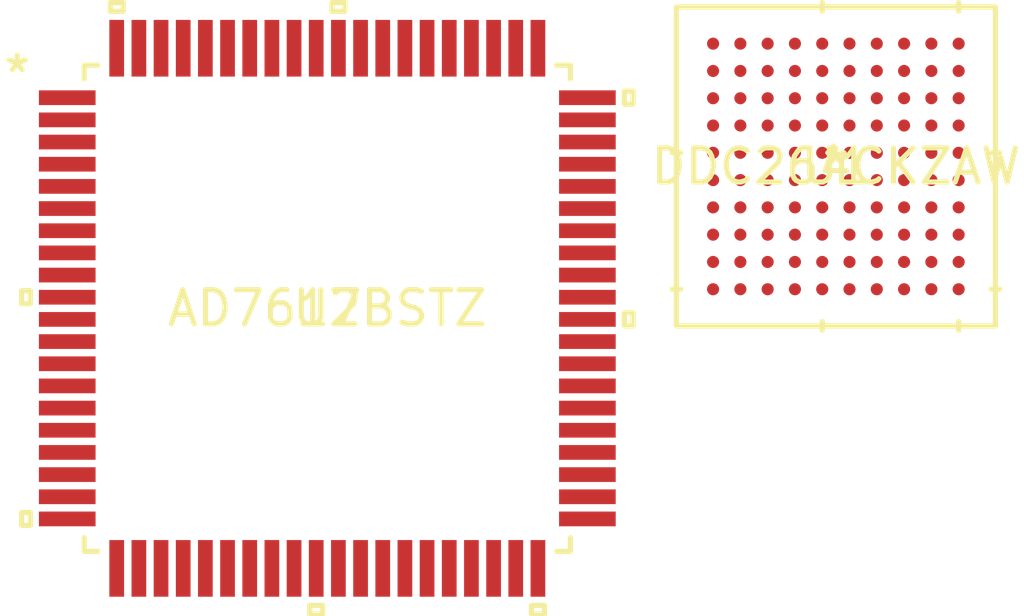
<source format=kicad_pcb>
(kicad_pcb (version 20171130) (host pcbnew "(5.1.4)-1")

  (general
    (thickness 1.6)
    (drawings 0)
    (tracks 0)
    (zones 0)
    (modules 2)
    (nets 127)
  )

  (page A4)
  (layers
    (0 F.Cu signal)
    (31 B.Cu signal)
    (32 B.Adhes user)
    (33 F.Adhes user)
    (34 B.Paste user)
    (35 F.Paste user)
    (36 B.SilkS user)
    (37 F.SilkS user)
    (38 B.Mask user)
    (39 F.Mask user)
    (40 Dwgs.User user)
    (41 Cmts.User user)
    (42 Eco1.User user)
    (43 Eco2.User user)
    (44 Edge.Cuts user)
    (45 Margin user)
    (46 B.CrtYd user)
    (47 F.CrtYd user)
    (48 B.Fab user)
    (49 F.Fab user)
  )

  (setup
    (last_trace_width 0.25)
    (trace_clearance 0.2)
    (zone_clearance 0.508)
    (zone_45_only no)
    (trace_min 0.2)
    (via_size 0.8)
    (via_drill 0.4)
    (via_min_size 0.4)
    (via_min_drill 0.3)
    (uvia_size 0.3)
    (uvia_drill 0.1)
    (uvias_allowed no)
    (uvia_min_size 0.2)
    (uvia_min_drill 0.1)
    (edge_width 0.05)
    (segment_width 0.2)
    (pcb_text_width 0.3)
    (pcb_text_size 1.5 1.5)
    (mod_edge_width 0.12)
    (mod_text_size 1 1)
    (mod_text_width 0.15)
    (pad_size 1.524 1.524)
    (pad_drill 0.762)
    (pad_to_mask_clearance 0.051)
    (solder_mask_min_width 0.25)
    (aux_axis_origin 0 0)
    (visible_elements 7FFFFFFF)
    (pcbplotparams
      (layerselection 0x010fc_ffffffff)
      (usegerberextensions false)
      (usegerberattributes false)
      (usegerberadvancedattributes false)
      (creategerberjobfile false)
      (excludeedgelayer true)
      (linewidth 0.100000)
      (plotframeref false)
      (viasonmask false)
      (mode 1)
      (useauxorigin false)
      (hpglpennumber 1)
      (hpglpenspeed 20)
      (hpglpendiameter 15.000000)
      (psnegative false)
      (psa4output false)
      (plotreference true)
      (plotvalue true)
      (plotinvisibletext false)
      (padsonsilk false)
      (subtractmaskfromsilk false)
      (outputformat 1)
      (mirror false)
      (drillshape 1)
      (scaleselection 1)
      (outputdirectory ""))
  )

  (net 0 "")
  (net 1 "Net-(U1-PadK10)")
  (net 2 "Net-(U1-PadK7)")
  (net 3 "Net-(U1-PadK6)")
  (net 4 "Net-(U1-PadK5)")
  (net 5 "Net-(U1-PadK4)")
  (net 6 "Net-(U1-PadK3)")
  (net 7 "Net-(U1-PadK2)")
  (net 8 "Net-(U1-PadK1)")
  (net 9 "Net-(U1-PadJ7)")
  (net 10 "Net-(U1-PadJ6)")
  (net 11 "Net-(U1-PadJ5)")
  (net 12 "Net-(U1-PadJ4)")
  (net 13 "Net-(U1-PadJ3)")
  (net 14 "Net-(U1-PadJ2)")
  (net 15 "Net-(U1-PadJ1)")
  (net 16 "Net-(U1-PadH6)")
  (net 17 "Net-(U1-PadH5)")
  (net 18 "Net-(U1-PadH3)")
  (net 19 "Net-(U1-PadH1)")
  (net 20 "Net-(U1-PadG6)")
  (net 21 "Net-(U1-PadG4)")
  (net 22 "Net-(U1-PadG2)")
  (net 23 "Net-(U1-PadF10)")
  (net 24 "Net-(U1-PadF5)")
  (net 25 "Net-(U1-PadF3)")
  (net 26 "Net-(U1-PadF1)")
  (net 27 "Net-(U1-PadE6)")
  (net 28 "Net-(U1-PadE4)")
  (net 29 "Net-(U1-PadE2)")
  (net 30 "Net-(U1-PadD6)")
  (net 31 "Net-(U1-PadD4)")
  (net 32 "Net-(U1-PadD2)")
  (net 33 "Net-(U1-PadC10)")
  (net 34 "Net-(U1-PadC6)")
  (net 35 "Net-(U1-PadC4)")
  (net 36 "Net-(U1-PadC2)")
  (net 37 "Net-(U1-PadB10)")
  (net 38 "Net-(U1-PadB9)")
  (net 39 "Net-(U1-PadB7)")
  (net 40 "Net-(U1-PadB6)")
  (net 41 "Net-(U1-PadB4)")
  (net 42 "Net-(U1-PadB2)")
  (net 43 "Net-(U1-PadA9)")
  (net 44 "Net-(U1-PadA6)")
  (net 45 "Net-(U1-PadA4)")
  (net 46 "Net-(U1-PadA2)")
  (net 47 "Net-(U2-Pad80)")
  (net 48 "Net-(U2-Pad79)")
  (net 49 "Net-(U2-Pad78)")
  (net 50 "Net-(U2-Pad77)")
  (net 51 "Net-(U2-Pad76)")
  (net 52 "Net-(U2-Pad75)")
  (net 53 "Net-(U2-Pad74)")
  (net 54 "Net-(U2-Pad73)")
  (net 55 "Net-(U2-Pad72)")
  (net 56 "Net-(U2-Pad71)")
  (net 57 "Net-(U2-Pad70)")
  (net 58 "Net-(U2-Pad69)")
  (net 59 "Net-(U2-Pad68)")
  (net 60 "Net-(U2-Pad67)")
  (net 61 "Net-(U2-Pad66)")
  (net 62 "Net-(U2-Pad65)")
  (net 63 "Net-(U2-Pad64)")
  (net 64 "Net-(U2-Pad63)")
  (net 65 "Net-(U2-Pad62)")
  (net 66 "Net-(U2-Pad61)")
  (net 67 "Net-(U2-Pad60)")
  (net 68 "Net-(U2-Pad59)")
  (net 69 "Net-(U2-Pad58)")
  (net 70 "Net-(U2-Pad57)")
  (net 71 "Net-(U2-Pad56)")
  (net 72 "Net-(U2-Pad55)")
  (net 73 "Net-(U2-Pad54)")
  (net 74 "Net-(U2-Pad53)")
  (net 75 "Net-(U2-Pad52)")
  (net 76 "Net-(U2-Pad51)")
  (net 77 "Net-(U2-Pad50)")
  (net 78 "Net-(U2-Pad49)")
  (net 79 "Net-(U2-Pad48)")
  (net 80 "Net-(U2-Pad47)")
  (net 81 "Net-(U2-Pad46)")
  (net 82 "Net-(U2-Pad45)")
  (net 83 "Net-(U2-Pad44)")
  (net 84 "Net-(U2-Pad43)")
  (net 85 "Net-(U2-Pad42)")
  (net 86 "Net-(U2-Pad41)")
  (net 87 "Net-(U2-Pad40)")
  (net 88 "Net-(U2-Pad39)")
  (net 89 "Net-(U2-Pad38)")
  (net 90 "Net-(U2-Pad37)")
  (net 91 "Net-(U2-Pad36)")
  (net 92 "Net-(U2-Pad35)")
  (net 93 "Net-(U2-Pad34)")
  (net 94 "Net-(U2-Pad33)")
  (net 95 "Net-(U2-Pad32)")
  (net 96 "Net-(U2-Pad31)")
  (net 97 "Net-(U2-Pad30)")
  (net 98 "Net-(U2-Pad29)")
  (net 99 "Net-(U2-Pad28)")
  (net 100 "Net-(U2-Pad27)")
  (net 101 "Net-(U2-Pad26)")
  (net 102 "Net-(U2-Pad25)")
  (net 103 "Net-(U2-Pad24)")
  (net 104 "Net-(U2-Pad23)")
  (net 105 "Net-(U2-Pad22)")
  (net 106 "Net-(U2-Pad21)")
  (net 107 "Net-(U2-Pad20)")
  (net 108 "Net-(U2-Pad19)")
  (net 109 "Net-(U2-Pad18)")
  (net 110 "Net-(U2-Pad17)")
  (net 111 "Net-(U2-Pad16)")
  (net 112 "Net-(U2-Pad15)")
  (net 113 "Net-(U2-Pad14)")
  (net 114 "Net-(U2-Pad13)")
  (net 115 "Net-(U2-Pad12)")
  (net 116 "Net-(U2-Pad11)")
  (net 117 "Net-(U2-Pad10)")
  (net 118 "Net-(U2-Pad9)")
  (net 119 "Net-(U2-Pad8)")
  (net 120 "Net-(U2-Pad7)")
  (net 121 "Net-(U2-Pad6)")
  (net 122 "Net-(U2-Pad5)")
  (net 123 "Net-(U2-Pad4)")
  (net 124 "Net-(U2-Pad3)")
  (net 125 "Net-(U2-Pad2)")
  (net 126 "Net-(U2-Pad1)")

  (net_class Default "This is the default net class."
    (clearance 0.2)
    (trace_width 0.25)
    (via_dia 0.8)
    (via_drill 0.4)
    (uvia_dia 0.3)
    (uvia_drill 0.1)
    (add_net "Net-(U1-PadA2)")
    (add_net "Net-(U1-PadA4)")
    (add_net "Net-(U1-PadA6)")
    (add_net "Net-(U1-PadA9)")
    (add_net "Net-(U1-PadB10)")
    (add_net "Net-(U1-PadB2)")
    (add_net "Net-(U1-PadB4)")
    (add_net "Net-(U1-PadB6)")
    (add_net "Net-(U1-PadB7)")
    (add_net "Net-(U1-PadB9)")
    (add_net "Net-(U1-PadC10)")
    (add_net "Net-(U1-PadC2)")
    (add_net "Net-(U1-PadC4)")
    (add_net "Net-(U1-PadC6)")
    (add_net "Net-(U1-PadD2)")
    (add_net "Net-(U1-PadD4)")
    (add_net "Net-(U1-PadD6)")
    (add_net "Net-(U1-PadE2)")
    (add_net "Net-(U1-PadE4)")
    (add_net "Net-(U1-PadE6)")
    (add_net "Net-(U1-PadF1)")
    (add_net "Net-(U1-PadF10)")
    (add_net "Net-(U1-PadF3)")
    (add_net "Net-(U1-PadF5)")
    (add_net "Net-(U1-PadG2)")
    (add_net "Net-(U1-PadG4)")
    (add_net "Net-(U1-PadG6)")
    (add_net "Net-(U1-PadH1)")
    (add_net "Net-(U1-PadH3)")
    (add_net "Net-(U1-PadH5)")
    (add_net "Net-(U1-PadH6)")
    (add_net "Net-(U1-PadJ1)")
    (add_net "Net-(U1-PadJ2)")
    (add_net "Net-(U1-PadJ3)")
    (add_net "Net-(U1-PadJ4)")
    (add_net "Net-(U1-PadJ5)")
    (add_net "Net-(U1-PadJ6)")
    (add_net "Net-(U1-PadJ7)")
    (add_net "Net-(U1-PadK1)")
    (add_net "Net-(U1-PadK10)")
    (add_net "Net-(U1-PadK2)")
    (add_net "Net-(U1-PadK3)")
    (add_net "Net-(U1-PadK4)")
    (add_net "Net-(U1-PadK5)")
    (add_net "Net-(U1-PadK6)")
    (add_net "Net-(U1-PadK7)")
    (add_net "Net-(U2-Pad1)")
    (add_net "Net-(U2-Pad10)")
    (add_net "Net-(U2-Pad11)")
    (add_net "Net-(U2-Pad12)")
    (add_net "Net-(U2-Pad13)")
    (add_net "Net-(U2-Pad14)")
    (add_net "Net-(U2-Pad15)")
    (add_net "Net-(U2-Pad16)")
    (add_net "Net-(U2-Pad17)")
    (add_net "Net-(U2-Pad18)")
    (add_net "Net-(U2-Pad19)")
    (add_net "Net-(U2-Pad2)")
    (add_net "Net-(U2-Pad20)")
    (add_net "Net-(U2-Pad21)")
    (add_net "Net-(U2-Pad22)")
    (add_net "Net-(U2-Pad23)")
    (add_net "Net-(U2-Pad24)")
    (add_net "Net-(U2-Pad25)")
    (add_net "Net-(U2-Pad26)")
    (add_net "Net-(U2-Pad27)")
    (add_net "Net-(U2-Pad28)")
    (add_net "Net-(U2-Pad29)")
    (add_net "Net-(U2-Pad3)")
    (add_net "Net-(U2-Pad30)")
    (add_net "Net-(U2-Pad31)")
    (add_net "Net-(U2-Pad32)")
    (add_net "Net-(U2-Pad33)")
    (add_net "Net-(U2-Pad34)")
    (add_net "Net-(U2-Pad35)")
    (add_net "Net-(U2-Pad36)")
    (add_net "Net-(U2-Pad37)")
    (add_net "Net-(U2-Pad38)")
    (add_net "Net-(U2-Pad39)")
    (add_net "Net-(U2-Pad4)")
    (add_net "Net-(U2-Pad40)")
    (add_net "Net-(U2-Pad41)")
    (add_net "Net-(U2-Pad42)")
    (add_net "Net-(U2-Pad43)")
    (add_net "Net-(U2-Pad44)")
    (add_net "Net-(U2-Pad45)")
    (add_net "Net-(U2-Pad46)")
    (add_net "Net-(U2-Pad47)")
    (add_net "Net-(U2-Pad48)")
    (add_net "Net-(U2-Pad49)")
    (add_net "Net-(U2-Pad5)")
    (add_net "Net-(U2-Pad50)")
    (add_net "Net-(U2-Pad51)")
    (add_net "Net-(U2-Pad52)")
    (add_net "Net-(U2-Pad53)")
    (add_net "Net-(U2-Pad54)")
    (add_net "Net-(U2-Pad55)")
    (add_net "Net-(U2-Pad56)")
    (add_net "Net-(U2-Pad57)")
    (add_net "Net-(U2-Pad58)")
    (add_net "Net-(U2-Pad59)")
    (add_net "Net-(U2-Pad6)")
    (add_net "Net-(U2-Pad60)")
    (add_net "Net-(U2-Pad61)")
    (add_net "Net-(U2-Pad62)")
    (add_net "Net-(U2-Pad63)")
    (add_net "Net-(U2-Pad64)")
    (add_net "Net-(U2-Pad65)")
    (add_net "Net-(U2-Pad66)")
    (add_net "Net-(U2-Pad67)")
    (add_net "Net-(U2-Pad68)")
    (add_net "Net-(U2-Pad69)")
    (add_net "Net-(U2-Pad7)")
    (add_net "Net-(U2-Pad70)")
    (add_net "Net-(U2-Pad71)")
    (add_net "Net-(U2-Pad72)")
    (add_net "Net-(U2-Pad73)")
    (add_net "Net-(U2-Pad74)")
    (add_net "Net-(U2-Pad75)")
    (add_net "Net-(U2-Pad76)")
    (add_net "Net-(U2-Pad77)")
    (add_net "Net-(U2-Pad78)")
    (add_net "Net-(U2-Pad79)")
    (add_net "Net-(U2-Pad8)")
    (add_net "Net-(U2-Pad80)")
    (add_net "Net-(U2-Pad9)")
  )

  (module footprints:AD7617BSTZ (layer F.Cu) (tedit 0) (tstamp 5DC2E23C)
    (at 131.139599 60.166599)
    (path /5DC71D28)
    (fp_text reference U2 (at 0 0) (layer F.SilkS)
      (effects (font (size 1 1) (thickness 0.15)))
    )
    (fp_text value AD7617BSTZ (at 0 0) (layer F.SilkS)
      (effects (font (size 1 1) (thickness 0.15)))
    )
    (fp_line (start -6.644899 7.254) (end -7.254 7.254) (layer F.CrtYd) (width 0.1524))
    (fp_line (start -6.644899 8.7096) (end -6.644899 7.254) (layer F.CrtYd) (width 0.1524))
    (fp_line (start 6.644899 8.7096) (end -6.644899 8.7096) (layer F.CrtYd) (width 0.1524))
    (fp_line (start 6.644899 7.254) (end 6.644899 8.7096) (layer F.CrtYd) (width 0.1524))
    (fp_line (start 7.254 7.254) (end 6.644899 7.254) (layer F.CrtYd) (width 0.1524))
    (fp_line (start 7.254 6.644899) (end 7.254 7.254) (layer F.CrtYd) (width 0.1524))
    (fp_line (start 8.7096 6.644899) (end 7.254 6.644899) (layer F.CrtYd) (width 0.1524))
    (fp_line (start 8.7096 -6.644899) (end 8.7096 6.644899) (layer F.CrtYd) (width 0.1524))
    (fp_line (start 7.254 -6.644899) (end 8.7096 -6.644899) (layer F.CrtYd) (width 0.1524))
    (fp_line (start 7.254 -7.254) (end 7.254 -6.644899) (layer F.CrtYd) (width 0.1524))
    (fp_line (start 6.644899 -7.254) (end 7.254 -7.254) (layer F.CrtYd) (width 0.1524))
    (fp_line (start 6.644899 -8.7096) (end 6.644899 -7.254) (layer F.CrtYd) (width 0.1524))
    (fp_line (start -6.644899 -8.7096) (end 6.644899 -8.7096) (layer F.CrtYd) (width 0.1524))
    (fp_line (start -6.644899 -7.254) (end -6.644899 -8.7096) (layer F.CrtYd) (width 0.1524))
    (fp_line (start -7.254 -7.254) (end -6.644899 -7.254) (layer F.CrtYd) (width 0.1524))
    (fp_line (start -7.254 -6.644899) (end -7.254 -7.254) (layer F.CrtYd) (width 0.1524))
    (fp_line (start -8.7096 -6.644899) (end -7.254 -6.644899) (layer F.CrtYd) (width 0.1524))
    (fp_line (start -8.7096 6.644899) (end -8.7096 -6.644899) (layer F.CrtYd) (width 0.1524))
    (fp_line (start -7.254 6.644899) (end -8.7096 6.644899) (layer F.CrtYd) (width 0.1524))
    (fp_line (start -7.254 7.254) (end -7.254 6.644899) (layer F.CrtYd) (width 0.1524))
    (fp_line (start -5.984499 -8.709599) (end -6.365499 -8.709599) (layer F.SilkS) (width 0.1524))
    (fp_line (start -5.984499 -8.963599) (end -5.984499 -8.709599) (layer F.SilkS) (width 0.1524))
    (fp_line (start -6.365499 -8.963599) (end -5.984499 -8.963599) (layer F.SilkS) (width 0.1524))
    (fp_line (start -6.365499 -8.709599) (end -6.365499 -8.963599) (layer F.SilkS) (width 0.1524))
    (fp_line (start 0.515501 -8.709599) (end 0.134501 -8.709599) (layer F.SilkS) (width 0.1524))
    (fp_line (start 0.515501 -8.963599) (end 0.515501 -8.709599) (layer F.SilkS) (width 0.1524))
    (fp_line (start 0.134501 -8.963599) (end 0.515501 -8.963599) (layer F.SilkS) (width 0.1524))
    (fp_line (start 0.134501 -8.709599) (end 0.134501 -8.963599) (layer F.SilkS) (width 0.1524))
    (fp_line (start 8.709599 -6.365499) (end 8.963599 -6.365499) (layer F.SilkS) (width 0.1524))
    (fp_line (start 8.709599 -5.984499) (end 8.709599 -6.365499) (layer F.SilkS) (width 0.1524))
    (fp_line (start 8.963599 -5.984499) (end 8.709599 -5.984499) (layer F.SilkS) (width 0.1524))
    (fp_line (start 8.963599 -6.365499) (end 8.963599 -5.984499) (layer F.SilkS) (width 0.1524))
    (fp_line (start 8.709599 0.134501) (end 8.963599 0.134501) (layer F.SilkS) (width 0.1524))
    (fp_line (start 8.709599 0.515501) (end 8.709599 0.134501) (layer F.SilkS) (width 0.1524))
    (fp_line (start 8.963599 0.515501) (end 8.709599 0.515501) (layer F.SilkS) (width 0.1524))
    (fp_line (start 8.963599 0.134501) (end 8.963599 0.515501) (layer F.SilkS) (width 0.1524))
    (fp_line (start 6.365499 8.709599) (end 5.984499 8.709599) (layer F.SilkS) (width 0.1524))
    (fp_line (start 6.365499 8.963599) (end 6.365499 8.709599) (layer F.SilkS) (width 0.1524))
    (fp_line (start 5.984499 8.963599) (end 6.365499 8.963599) (layer F.SilkS) (width 0.1524))
    (fp_line (start 5.984499 8.709599) (end 5.984499 8.963599) (layer F.SilkS) (width 0.1524))
    (fp_line (start -0.134501 8.709599) (end -0.515501 8.709599) (layer F.SilkS) (width 0.1524))
    (fp_line (start -0.134501 8.963599) (end -0.134501 8.709599) (layer F.SilkS) (width 0.1524))
    (fp_line (start -0.515501 8.963599) (end -0.134501 8.963599) (layer F.SilkS) (width 0.1524))
    (fp_line (start -0.515501 8.709599) (end -0.515501 8.963599) (layer F.SilkS) (width 0.1524))
    (fp_line (start -8.709599 5.984499) (end -8.963599 5.984499) (layer F.SilkS) (width 0.1524))
    (fp_line (start -8.709599 6.365499) (end -8.709599 5.984499) (layer F.SilkS) (width 0.1524))
    (fp_line (start -8.963599 6.365499) (end -8.709599 6.365499) (layer F.SilkS) (width 0.1524))
    (fp_line (start -8.963599 5.984499) (end -8.963599 6.365499) (layer F.SilkS) (width 0.1524))
    (fp_line (start -8.709599 -0.515501) (end -8.963599 -0.515501) (layer F.SilkS) (width 0.1524))
    (fp_line (start -8.709599 -0.134501) (end -8.709599 -0.515501) (layer F.SilkS) (width 0.1524))
    (fp_line (start -8.963599 -0.134501) (end -8.709599 -0.134501) (layer F.SilkS) (width 0.1524))
    (fp_line (start -8.963599 -0.515501) (end -8.963599 -0.134501) (layer F.SilkS) (width 0.1524))
    (fp_line (start -6.723639 -7.126999) (end -7.126999 -7.126999) (layer F.SilkS) (width 0.1524))
    (fp_line (start 7.126999 -6.723639) (end 7.126999 -7.126999) (layer F.SilkS) (width 0.1524))
    (fp_line (start 6.723639 7.126999) (end 7.126999 7.126999) (layer F.SilkS) (width 0.1524))
    (fp_line (start -6.999999 6.999999) (end -6.999999 6.999999) (layer F.Fab) (width 0.1524))
    (fp_line (start -6.999999 -6.999999) (end -6.999999 6.999999) (layer F.Fab) (width 0.1524))
    (fp_line (start -6.999999 -6.999999) (end -6.999999 -6.999999) (layer F.Fab) (width 0.1524))
    (fp_line (start 6.999999 -6.999999) (end -6.999999 -6.999999) (layer F.Fab) (width 0.1524))
    (fp_line (start 6.999999 -6.999999) (end 6.999999 -6.999999) (layer F.Fab) (width 0.1524))
    (fp_line (start 6.999999 6.999999) (end 6.999999 -6.999999) (layer F.Fab) (width 0.1524))
    (fp_line (start 6.999999 6.999999) (end 6.999999 6.999999) (layer F.Fab) (width 0.1524))
    (fp_line (start -6.999999 6.999999) (end 6.999999 6.999999) (layer F.Fab) (width 0.1524))
    (fp_line (start -7.126999 6.723639) (end -7.126999 7.126999) (layer F.SilkS) (width 0.1524))
    (fp_line (start -7.126999 -7.126999) (end -7.126999 -6.723639) (layer F.SilkS) (width 0.1524))
    (fp_line (start 7.126999 -7.126999) (end 6.723639 -7.126999) (layer F.SilkS) (width 0.1524))
    (fp_line (start 7.126999 7.126999) (end 7.126999 6.723639) (layer F.SilkS) (width 0.1524))
    (fp_line (start -7.126999 7.126999) (end -6.723639 7.126999) (layer F.SilkS) (width 0.1524))
    (fp_line (start -7 -5.73) (end -5.73 -7) (layer F.Fab) (width 0.1524))
    (fp_line (start 8.1 -6.365499) (end 7 -6.365499) (layer F.Fab) (width 0.1524))
    (fp_line (start 8.1 -5.984499) (end 8.1 -6.365499) (layer F.Fab) (width 0.1524))
    (fp_line (start 7 -5.984499) (end 8.1 -5.984499) (layer F.Fab) (width 0.1524))
    (fp_line (start 7 -6.365499) (end 7 -5.984499) (layer F.Fab) (width 0.1524))
    (fp_line (start 8.1 -5.715499) (end 7 -5.715499) (layer F.Fab) (width 0.1524))
    (fp_line (start 8.1 -5.334499) (end 8.1 -5.715499) (layer F.Fab) (width 0.1524))
    (fp_line (start 7 -5.334499) (end 8.1 -5.334499) (layer F.Fab) (width 0.1524))
    (fp_line (start 7 -5.715499) (end 7 -5.334499) (layer F.Fab) (width 0.1524))
    (fp_line (start 8.1 -5.065499) (end 7 -5.065499) (layer F.Fab) (width 0.1524))
    (fp_line (start 8.1 -4.684499) (end 8.1 -5.065499) (layer F.Fab) (width 0.1524))
    (fp_line (start 7 -4.684499) (end 8.1 -4.684499) (layer F.Fab) (width 0.1524))
    (fp_line (start 7 -5.065499) (end 7 -4.684499) (layer F.Fab) (width 0.1524))
    (fp_line (start 8.1 -4.415499) (end 7 -4.415499) (layer F.Fab) (width 0.1524))
    (fp_line (start 8.1 -4.034499) (end 8.1 -4.415499) (layer F.Fab) (width 0.1524))
    (fp_line (start 7 -4.034499) (end 8.1 -4.034499) (layer F.Fab) (width 0.1524))
    (fp_line (start 7 -4.415499) (end 7 -4.034499) (layer F.Fab) (width 0.1524))
    (fp_line (start 8.1 -3.7655) (end 7 -3.7655) (layer F.Fab) (width 0.1524))
    (fp_line (start 8.1 -3.3845) (end 8.1 -3.7655) (layer F.Fab) (width 0.1524))
    (fp_line (start 7 -3.3845) (end 8.1 -3.3845) (layer F.Fab) (width 0.1524))
    (fp_line (start 7 -3.7655) (end 7 -3.3845) (layer F.Fab) (width 0.1524))
    (fp_line (start 8.1 -3.1155) (end 7 -3.1155) (layer F.Fab) (width 0.1524))
    (fp_line (start 8.1 -2.7345) (end 8.1 -3.1155) (layer F.Fab) (width 0.1524))
    (fp_line (start 7 -2.7345) (end 8.1 -2.7345) (layer F.Fab) (width 0.1524))
    (fp_line (start 7 -3.1155) (end 7 -2.7345) (layer F.Fab) (width 0.1524))
    (fp_line (start 8.1 -2.4655) (end 7 -2.4655) (layer F.Fab) (width 0.1524))
    (fp_line (start 8.1 -2.0845) (end 8.1 -2.4655) (layer F.Fab) (width 0.1524))
    (fp_line (start 7 -2.0845) (end 8.1 -2.0845) (layer F.Fab) (width 0.1524))
    (fp_line (start 7 -2.4655) (end 7 -2.0845) (layer F.Fab) (width 0.1524))
    (fp_line (start 8.1 -1.8155) (end 7 -1.8155) (layer F.Fab) (width 0.1524))
    (fp_line (start 8.1 -1.4345) (end 8.1 -1.8155) (layer F.Fab) (width 0.1524))
    (fp_line (start 7 -1.4345) (end 8.1 -1.4345) (layer F.Fab) (width 0.1524))
    (fp_line (start 7 -1.8155) (end 7 -1.4345) (layer F.Fab) (width 0.1524))
    (fp_line (start 8.1 -1.1655) (end 7 -1.1655) (layer F.Fab) (width 0.1524))
    (fp_line (start 8.1 -0.7845) (end 8.1 -1.1655) (layer F.Fab) (width 0.1524))
    (fp_line (start 7 -0.7845) (end 8.1 -0.7845) (layer F.Fab) (width 0.1524))
    (fp_line (start 7 -1.1655) (end 7 -0.7845) (layer F.Fab) (width 0.1524))
    (fp_line (start 8.1 -0.5155) (end 7 -0.5155) (layer F.Fab) (width 0.1524))
    (fp_line (start 8.1 -0.1345) (end 8.1 -0.5155) (layer F.Fab) (width 0.1524))
    (fp_line (start 7 -0.1345) (end 8.1 -0.1345) (layer F.Fab) (width 0.1524))
    (fp_line (start 7 -0.5155) (end 7 -0.1345) (layer F.Fab) (width 0.1524))
    (fp_line (start 8.1 0.1345) (end 7 0.1345) (layer F.Fab) (width 0.1524))
    (fp_line (start 8.1 0.5155) (end 8.1 0.1345) (layer F.Fab) (width 0.1524))
    (fp_line (start 7 0.5155) (end 8.1 0.5155) (layer F.Fab) (width 0.1524))
    (fp_line (start 7 0.1345) (end 7 0.5155) (layer F.Fab) (width 0.1524))
    (fp_line (start 8.1 0.7845) (end 7 0.7845) (layer F.Fab) (width 0.1524))
    (fp_line (start 8.1 1.1655) (end 8.1 0.7845) (layer F.Fab) (width 0.1524))
    (fp_line (start 7 1.1655) (end 8.1 1.1655) (layer F.Fab) (width 0.1524))
    (fp_line (start 7 0.7845) (end 7 1.1655) (layer F.Fab) (width 0.1524))
    (fp_line (start 8.1 1.4345) (end 7 1.4345) (layer F.Fab) (width 0.1524))
    (fp_line (start 8.1 1.8155) (end 8.1 1.4345) (layer F.Fab) (width 0.1524))
    (fp_line (start 7 1.8155) (end 8.1 1.8155) (layer F.Fab) (width 0.1524))
    (fp_line (start 7 1.4345) (end 7 1.8155) (layer F.Fab) (width 0.1524))
    (fp_line (start 8.1 2.0845) (end 7 2.0845) (layer F.Fab) (width 0.1524))
    (fp_line (start 8.1 2.4655) (end 8.1 2.0845) (layer F.Fab) (width 0.1524))
    (fp_line (start 7 2.4655) (end 8.1 2.4655) (layer F.Fab) (width 0.1524))
    (fp_line (start 7 2.0845) (end 7 2.4655) (layer F.Fab) (width 0.1524))
    (fp_line (start 8.1 2.7345) (end 7 2.7345) (layer F.Fab) (width 0.1524))
    (fp_line (start 8.1 3.1155) (end 8.1 2.7345) (layer F.Fab) (width 0.1524))
    (fp_line (start 7 3.1155) (end 8.1 3.1155) (layer F.Fab) (width 0.1524))
    (fp_line (start 7 2.7345) (end 7 3.1155) (layer F.Fab) (width 0.1524))
    (fp_line (start 8.1 3.3845) (end 7 3.3845) (layer F.Fab) (width 0.1524))
    (fp_line (start 8.1 3.7655) (end 8.1 3.3845) (layer F.Fab) (width 0.1524))
    (fp_line (start 7 3.7655) (end 8.1 3.7655) (layer F.Fab) (width 0.1524))
    (fp_line (start 7 3.3845) (end 7 3.7655) (layer F.Fab) (width 0.1524))
    (fp_line (start 8.1 4.0345) (end 7 4.0345) (layer F.Fab) (width 0.1524))
    (fp_line (start 8.1 4.4155) (end 8.1 4.0345) (layer F.Fab) (width 0.1524))
    (fp_line (start 7 4.4155) (end 8.1 4.4155) (layer F.Fab) (width 0.1524))
    (fp_line (start 7 4.0345) (end 7 4.4155) (layer F.Fab) (width 0.1524))
    (fp_line (start 8.1 4.6845) (end 7 4.6845) (layer F.Fab) (width 0.1524))
    (fp_line (start 8.1 5.0655) (end 8.1 4.6845) (layer F.Fab) (width 0.1524))
    (fp_line (start 7 5.0655) (end 8.1 5.0655) (layer F.Fab) (width 0.1524))
    (fp_line (start 7 4.6845) (end 7 5.0655) (layer F.Fab) (width 0.1524))
    (fp_line (start 8.1 5.3345) (end 7 5.3345) (layer F.Fab) (width 0.1524))
    (fp_line (start 8.1 5.7155) (end 8.1 5.3345) (layer F.Fab) (width 0.1524))
    (fp_line (start 7 5.7155) (end 8.1 5.7155) (layer F.Fab) (width 0.1524))
    (fp_line (start 7 5.3345) (end 7 5.7155) (layer F.Fab) (width 0.1524))
    (fp_line (start 8.1 5.9845) (end 7 5.9845) (layer F.Fab) (width 0.1524))
    (fp_line (start 8.1 6.3655) (end 8.1 5.9845) (layer F.Fab) (width 0.1524))
    (fp_line (start 7 6.3655) (end 8.1 6.3655) (layer F.Fab) (width 0.1524))
    (fp_line (start 7 5.9845) (end 7 6.3655) (layer F.Fab) (width 0.1524))
    (fp_line (start 6.365499 8.1) (end 6.365499 7) (layer F.Fab) (width 0.1524))
    (fp_line (start 5.984499 8.1) (end 6.365499 8.1) (layer F.Fab) (width 0.1524))
    (fp_line (start 5.984499 7) (end 5.984499 8.1) (layer F.Fab) (width 0.1524))
    (fp_line (start 6.365499 7) (end 5.984499 7) (layer F.Fab) (width 0.1524))
    (fp_line (start 5.715499 8.1) (end 5.715499 7) (layer F.Fab) (width 0.1524))
    (fp_line (start 5.334499 8.1) (end 5.715499 8.1) (layer F.Fab) (width 0.1524))
    (fp_line (start 5.334499 7) (end 5.334499 8.1) (layer F.Fab) (width 0.1524))
    (fp_line (start 5.715499 7) (end 5.334499 7) (layer F.Fab) (width 0.1524))
    (fp_line (start 5.065499 8.1) (end 5.065499 7) (layer F.Fab) (width 0.1524))
    (fp_line (start 4.684499 8.1) (end 5.065499 8.1) (layer F.Fab) (width 0.1524))
    (fp_line (start 4.684499 7) (end 4.684499 8.1) (layer F.Fab) (width 0.1524))
    (fp_line (start 5.065499 7) (end 4.684499 7) (layer F.Fab) (width 0.1524))
    (fp_line (start 4.415499 8.1) (end 4.415499 7) (layer F.Fab) (width 0.1524))
    (fp_line (start 4.034499 8.1) (end 4.415499 8.1) (layer F.Fab) (width 0.1524))
    (fp_line (start 4.034499 7) (end 4.034499 8.1) (layer F.Fab) (width 0.1524))
    (fp_line (start 4.415499 7) (end 4.034499 7) (layer F.Fab) (width 0.1524))
    (fp_line (start 3.7655 8.1) (end 3.7655 7) (layer F.Fab) (width 0.1524))
    (fp_line (start 3.3845 8.1) (end 3.7655 8.1) (layer F.Fab) (width 0.1524))
    (fp_line (start 3.3845 7) (end 3.3845 8.1) (layer F.Fab) (width 0.1524))
    (fp_line (start 3.7655 7) (end 3.3845 7) (layer F.Fab) (width 0.1524))
    (fp_line (start 3.1155 8.1) (end 3.1155 7) (layer F.Fab) (width 0.1524))
    (fp_line (start 2.7345 8.1) (end 3.1155 8.1) (layer F.Fab) (width 0.1524))
    (fp_line (start 2.7345 7) (end 2.7345 8.1) (layer F.Fab) (width 0.1524))
    (fp_line (start 3.1155 7) (end 2.7345 7) (layer F.Fab) (width 0.1524))
    (fp_line (start 2.4655 8.1) (end 2.4655 7) (layer F.Fab) (width 0.1524))
    (fp_line (start 2.0845 8.1) (end 2.4655 8.1) (layer F.Fab) (width 0.1524))
    (fp_line (start 2.0845 7) (end 2.0845 8.1) (layer F.Fab) (width 0.1524))
    (fp_line (start 2.4655 7) (end 2.0845 7) (layer F.Fab) (width 0.1524))
    (fp_line (start 1.8155 8.1) (end 1.8155 7) (layer F.Fab) (width 0.1524))
    (fp_line (start 1.4345 8.1) (end 1.8155 8.1) (layer F.Fab) (width 0.1524))
    (fp_line (start 1.4345 7) (end 1.4345 8.1) (layer F.Fab) (width 0.1524))
    (fp_line (start 1.8155 7) (end 1.4345 7) (layer F.Fab) (width 0.1524))
    (fp_line (start 1.1655 8.1) (end 1.1655 7) (layer F.Fab) (width 0.1524))
    (fp_line (start 0.7845 8.1) (end 1.1655 8.1) (layer F.Fab) (width 0.1524))
    (fp_line (start 0.7845 7) (end 0.7845 8.1) (layer F.Fab) (width 0.1524))
    (fp_line (start 1.1655 7) (end 0.7845 7) (layer F.Fab) (width 0.1524))
    (fp_line (start 0.5155 8.1) (end 0.5155 7) (layer F.Fab) (width 0.1524))
    (fp_line (start 0.1345 8.1) (end 0.5155 8.1) (layer F.Fab) (width 0.1524))
    (fp_line (start 0.1345 7) (end 0.1345 8.1) (layer F.Fab) (width 0.1524))
    (fp_line (start 0.5155 7) (end 0.1345 7) (layer F.Fab) (width 0.1524))
    (fp_line (start -0.1345 8.1) (end -0.1345 7) (layer F.Fab) (width 0.1524))
    (fp_line (start -0.5155 8.1) (end -0.1345 8.1) (layer F.Fab) (width 0.1524))
    (fp_line (start -0.5155 7) (end -0.5155 8.1) (layer F.Fab) (width 0.1524))
    (fp_line (start -0.1345 7) (end -0.5155 7) (layer F.Fab) (width 0.1524))
    (fp_line (start -0.7845 8.1) (end -0.7845 7) (layer F.Fab) (width 0.1524))
    (fp_line (start -1.1655 8.1) (end -0.7845 8.1) (layer F.Fab) (width 0.1524))
    (fp_line (start -1.1655 7) (end -1.1655 8.1) (layer F.Fab) (width 0.1524))
    (fp_line (start -0.7845 7) (end -1.1655 7) (layer F.Fab) (width 0.1524))
    (fp_line (start -1.4345 8.1) (end -1.4345 7) (layer F.Fab) (width 0.1524))
    (fp_line (start -1.8155 8.1) (end -1.4345 8.1) (layer F.Fab) (width 0.1524))
    (fp_line (start -1.8155 7) (end -1.8155 8.1) (layer F.Fab) (width 0.1524))
    (fp_line (start -1.4345 7) (end -1.8155 7) (layer F.Fab) (width 0.1524))
    (fp_line (start -2.0845 8.1) (end -2.0845 7) (layer F.Fab) (width 0.1524))
    (fp_line (start -2.4655 8.1) (end -2.0845 8.1) (layer F.Fab) (width 0.1524))
    (fp_line (start -2.4655 7) (end -2.4655 8.1) (layer F.Fab) (width 0.1524))
    (fp_line (start -2.0845 7) (end -2.4655 7) (layer F.Fab) (width 0.1524))
    (fp_line (start -2.7345 8.1) (end -2.7345 7) (layer F.Fab) (width 0.1524))
    (fp_line (start -3.1155 8.1) (end -2.7345 8.1) (layer F.Fab) (width 0.1524))
    (fp_line (start -3.1155 7) (end -3.1155 8.1) (layer F.Fab) (width 0.1524))
    (fp_line (start -2.7345 7) (end -3.1155 7) (layer F.Fab) (width 0.1524))
    (fp_line (start -3.3845 8.1) (end -3.3845 7) (layer F.Fab) (width 0.1524))
    (fp_line (start -3.7655 8.1) (end -3.3845 8.1) (layer F.Fab) (width 0.1524))
    (fp_line (start -3.7655 7) (end -3.7655 8.1) (layer F.Fab) (width 0.1524))
    (fp_line (start -3.3845 7) (end -3.7655 7) (layer F.Fab) (width 0.1524))
    (fp_line (start -4.0345 8.1) (end -4.0345 7) (layer F.Fab) (width 0.1524))
    (fp_line (start -4.4155 8.1) (end -4.0345 8.1) (layer F.Fab) (width 0.1524))
    (fp_line (start -4.4155 7) (end -4.4155 8.1) (layer F.Fab) (width 0.1524))
    (fp_line (start -4.0345 7) (end -4.4155 7) (layer F.Fab) (width 0.1524))
    (fp_line (start -4.6845 8.1) (end -4.6845 7) (layer F.Fab) (width 0.1524))
    (fp_line (start -5.0655 8.1) (end -4.6845 8.1) (layer F.Fab) (width 0.1524))
    (fp_line (start -5.0655 7) (end -5.0655 8.1) (layer F.Fab) (width 0.1524))
    (fp_line (start -4.6845 7) (end -5.0655 7) (layer F.Fab) (width 0.1524))
    (fp_line (start -5.3345 8.1) (end -5.3345 7) (layer F.Fab) (width 0.1524))
    (fp_line (start -5.7155 8.1) (end -5.3345 8.1) (layer F.Fab) (width 0.1524))
    (fp_line (start -5.7155 7) (end -5.7155 8.1) (layer F.Fab) (width 0.1524))
    (fp_line (start -5.3345 7) (end -5.7155 7) (layer F.Fab) (width 0.1524))
    (fp_line (start -5.9845 8.1) (end -5.9845 7) (layer F.Fab) (width 0.1524))
    (fp_line (start -6.3655 8.1) (end -5.9845 8.1) (layer F.Fab) (width 0.1524))
    (fp_line (start -6.3655 7) (end -6.3655 8.1) (layer F.Fab) (width 0.1524))
    (fp_line (start -5.9845 7) (end -6.3655 7) (layer F.Fab) (width 0.1524))
    (fp_line (start -8.1 6.365499) (end -7 6.365499) (layer F.Fab) (width 0.1524))
    (fp_line (start -8.1 5.984499) (end -8.1 6.365499) (layer F.Fab) (width 0.1524))
    (fp_line (start -7 5.984499) (end -8.1 5.984499) (layer F.Fab) (width 0.1524))
    (fp_line (start -7 6.365499) (end -7 5.984499) (layer F.Fab) (width 0.1524))
    (fp_line (start -8.1 5.715499) (end -7 5.715499) (layer F.Fab) (width 0.1524))
    (fp_line (start -8.1 5.334499) (end -8.1 5.715499) (layer F.Fab) (width 0.1524))
    (fp_line (start -7 5.334499) (end -8.1 5.334499) (layer F.Fab) (width 0.1524))
    (fp_line (start -7 5.715499) (end -7 5.334499) (layer F.Fab) (width 0.1524))
    (fp_line (start -8.1 5.065499) (end -7 5.065499) (layer F.Fab) (width 0.1524))
    (fp_line (start -8.1 4.684499) (end -8.1 5.065499) (layer F.Fab) (width 0.1524))
    (fp_line (start -7 4.684499) (end -8.1 4.684499) (layer F.Fab) (width 0.1524))
    (fp_line (start -7 5.065499) (end -7 4.684499) (layer F.Fab) (width 0.1524))
    (fp_line (start -8.1 4.415499) (end -7 4.415499) (layer F.Fab) (width 0.1524))
    (fp_line (start -8.1 4.034499) (end -8.1 4.415499) (layer F.Fab) (width 0.1524))
    (fp_line (start -7 4.034499) (end -8.1 4.034499) (layer F.Fab) (width 0.1524))
    (fp_line (start -7 4.415499) (end -7 4.034499) (layer F.Fab) (width 0.1524))
    (fp_line (start -8.1 3.7655) (end -7 3.7655) (layer F.Fab) (width 0.1524))
    (fp_line (start -8.1 3.3845) (end -8.1 3.7655) (layer F.Fab) (width 0.1524))
    (fp_line (start -7 3.3845) (end -8.1 3.3845) (layer F.Fab) (width 0.1524))
    (fp_line (start -7 3.7655) (end -7 3.3845) (layer F.Fab) (width 0.1524))
    (fp_line (start -8.1 3.1155) (end -7 3.1155) (layer F.Fab) (width 0.1524))
    (fp_line (start -8.1 2.7345) (end -8.1 3.1155) (layer F.Fab) (width 0.1524))
    (fp_line (start -7 2.7345) (end -8.1 2.7345) (layer F.Fab) (width 0.1524))
    (fp_line (start -7 3.1155) (end -7 2.7345) (layer F.Fab) (width 0.1524))
    (fp_line (start -8.1 2.4655) (end -7 2.4655) (layer F.Fab) (width 0.1524))
    (fp_line (start -8.1 2.0845) (end -8.1 2.4655) (layer F.Fab) (width 0.1524))
    (fp_line (start -7 2.0845) (end -8.1 2.0845) (layer F.Fab) (width 0.1524))
    (fp_line (start -7 2.4655) (end -7 2.0845) (layer F.Fab) (width 0.1524))
    (fp_line (start -8.1 1.8155) (end -7 1.8155) (layer F.Fab) (width 0.1524))
    (fp_line (start -8.1 1.4345) (end -8.1 1.8155) (layer F.Fab) (width 0.1524))
    (fp_line (start -7 1.4345) (end -8.1 1.4345) (layer F.Fab) (width 0.1524))
    (fp_line (start -7 1.8155) (end -7 1.4345) (layer F.Fab) (width 0.1524))
    (fp_line (start -8.1 1.1655) (end -7 1.1655) (layer F.Fab) (width 0.1524))
    (fp_line (start -8.1 0.7845) (end -8.1 1.1655) (layer F.Fab) (width 0.1524))
    (fp_line (start -7 0.7845) (end -8.1 0.7845) (layer F.Fab) (width 0.1524))
    (fp_line (start -7 1.1655) (end -7 0.7845) (layer F.Fab) (width 0.1524))
    (fp_line (start -8.1 0.5155) (end -7 0.5155) (layer F.Fab) (width 0.1524))
    (fp_line (start -8.1 0.1345) (end -8.1 0.5155) (layer F.Fab) (width 0.1524))
    (fp_line (start -7 0.1345) (end -8.1 0.1345) (layer F.Fab) (width 0.1524))
    (fp_line (start -7 0.5155) (end -7 0.1345) (layer F.Fab) (width 0.1524))
    (fp_line (start -8.1 -0.1345) (end -7 -0.1345) (layer F.Fab) (width 0.1524))
    (fp_line (start -8.1 -0.5155) (end -8.1 -0.1345) (layer F.Fab) (width 0.1524))
    (fp_line (start -7 -0.5155) (end -8.1 -0.5155) (layer F.Fab) (width 0.1524))
    (fp_line (start -7 -0.1345) (end -7 -0.5155) (layer F.Fab) (width 0.1524))
    (fp_line (start -8.1 -0.7845) (end -7 -0.7845) (layer F.Fab) (width 0.1524))
    (fp_line (start -8.1 -1.1655) (end -8.1 -0.7845) (layer F.Fab) (width 0.1524))
    (fp_line (start -7 -1.1655) (end -8.1 -1.1655) (layer F.Fab) (width 0.1524))
    (fp_line (start -7 -0.7845) (end -7 -1.1655) (layer F.Fab) (width 0.1524))
    (fp_line (start -8.1 -1.4345) (end -7 -1.4345) (layer F.Fab) (width 0.1524))
    (fp_line (start -8.1 -1.8155) (end -8.1 -1.4345) (layer F.Fab) (width 0.1524))
    (fp_line (start -7 -1.8155) (end -8.1 -1.8155) (layer F.Fab) (width 0.1524))
    (fp_line (start -7 -1.4345) (end -7 -1.8155) (layer F.Fab) (width 0.1524))
    (fp_line (start -8.1 -2.0845) (end -7 -2.0845) (layer F.Fab) (width 0.1524))
    (fp_line (start -8.1 -2.4655) (end -8.1 -2.0845) (layer F.Fab) (width 0.1524))
    (fp_line (start -7 -2.4655) (end -8.1 -2.4655) (layer F.Fab) (width 0.1524))
    (fp_line (start -7 -2.0845) (end -7 -2.4655) (layer F.Fab) (width 0.1524))
    (fp_line (start -8.1 -2.7345) (end -7 -2.7345) (layer F.Fab) (width 0.1524))
    (fp_line (start -8.1 -3.1155) (end -8.1 -2.7345) (layer F.Fab) (width 0.1524))
    (fp_line (start -7 -3.1155) (end -8.1 -3.1155) (layer F.Fab) (width 0.1524))
    (fp_line (start -7 -2.7345) (end -7 -3.1155) (layer F.Fab) (width 0.1524))
    (fp_line (start -8.1 -3.3845) (end -7 -3.3845) (layer F.Fab) (width 0.1524))
    (fp_line (start -8.1 -3.7655) (end -8.1 -3.3845) (layer F.Fab) (width 0.1524))
    (fp_line (start -7 -3.7655) (end -8.1 -3.7655) (layer F.Fab) (width 0.1524))
    (fp_line (start -7 -3.3845) (end -7 -3.7655) (layer F.Fab) (width 0.1524))
    (fp_line (start -8.1 -4.0345) (end -7 -4.0345) (layer F.Fab) (width 0.1524))
    (fp_line (start -8.1 -4.4155) (end -8.1 -4.0345) (layer F.Fab) (width 0.1524))
    (fp_line (start -7 -4.4155) (end -8.1 -4.4155) (layer F.Fab) (width 0.1524))
    (fp_line (start -7 -4.0345) (end -7 -4.4155) (layer F.Fab) (width 0.1524))
    (fp_line (start -8.1 -4.6845) (end -7 -4.6845) (layer F.Fab) (width 0.1524))
    (fp_line (start -8.1 -5.0655) (end -8.1 -4.6845) (layer F.Fab) (width 0.1524))
    (fp_line (start -7 -5.0655) (end -8.1 -5.0655) (layer F.Fab) (width 0.1524))
    (fp_line (start -7 -4.6845) (end -7 -5.0655) (layer F.Fab) (width 0.1524))
    (fp_line (start -8.1 -5.3345) (end -7 -5.3345) (layer F.Fab) (width 0.1524))
    (fp_line (start -8.1 -5.7155) (end -8.1 -5.3345) (layer F.Fab) (width 0.1524))
    (fp_line (start -7 -5.7155) (end -8.1 -5.7155) (layer F.Fab) (width 0.1524))
    (fp_line (start -7 -5.3345) (end -7 -5.7155) (layer F.Fab) (width 0.1524))
    (fp_line (start -8.1 -5.9845) (end -7 -5.9845) (layer F.Fab) (width 0.1524))
    (fp_line (start -8.1 -6.3655) (end -8.1 -5.9845) (layer F.Fab) (width 0.1524))
    (fp_line (start -7 -6.3655) (end -8.1 -6.3655) (layer F.Fab) (width 0.1524))
    (fp_line (start -7 -5.9845) (end -7 -6.3655) (layer F.Fab) (width 0.1524))
    (fp_line (start -6.365499 -8.1) (end -6.365499 -7) (layer F.Fab) (width 0.1524))
    (fp_line (start -5.984499 -8.1) (end -6.365499 -8.1) (layer F.Fab) (width 0.1524))
    (fp_line (start -5.984499 -7) (end -5.984499 -8.1) (layer F.Fab) (width 0.1524))
    (fp_line (start -6.365499 -7) (end -5.984499 -7) (layer F.Fab) (width 0.1524))
    (fp_line (start -5.715499 -8.1) (end -5.715499 -7) (layer F.Fab) (width 0.1524))
    (fp_line (start -5.334499 -8.1) (end -5.715499 -8.1) (layer F.Fab) (width 0.1524))
    (fp_line (start -5.334499 -7) (end -5.334499 -8.1) (layer F.Fab) (width 0.1524))
    (fp_line (start -5.715499 -7) (end -5.334499 -7) (layer F.Fab) (width 0.1524))
    (fp_line (start -5.065499 -8.1) (end -5.065499 -7) (layer F.Fab) (width 0.1524))
    (fp_line (start -4.684499 -8.1) (end -5.065499 -8.1) (layer F.Fab) (width 0.1524))
    (fp_line (start -4.684499 -7) (end -4.684499 -8.1) (layer F.Fab) (width 0.1524))
    (fp_line (start -5.065499 -7) (end -4.684499 -7) (layer F.Fab) (width 0.1524))
    (fp_line (start -4.415499 -8.1) (end -4.415499 -7) (layer F.Fab) (width 0.1524))
    (fp_line (start -4.034499 -8.1) (end -4.415499 -8.1) (layer F.Fab) (width 0.1524))
    (fp_line (start -4.034499 -7) (end -4.034499 -8.1) (layer F.Fab) (width 0.1524))
    (fp_line (start -4.415499 -7) (end -4.034499 -7) (layer F.Fab) (width 0.1524))
    (fp_line (start -3.7655 -8.1) (end -3.7655 -7) (layer F.Fab) (width 0.1524))
    (fp_line (start -3.3845 -8.1) (end -3.7655 -8.1) (layer F.Fab) (width 0.1524))
    (fp_line (start -3.3845 -7) (end -3.3845 -8.1) (layer F.Fab) (width 0.1524))
    (fp_line (start -3.7655 -7) (end -3.3845 -7) (layer F.Fab) (width 0.1524))
    (fp_line (start -3.1155 -8.1) (end -3.1155 -7) (layer F.Fab) (width 0.1524))
    (fp_line (start -2.7345 -8.1) (end -3.1155 -8.1) (layer F.Fab) (width 0.1524))
    (fp_line (start -2.7345 -7) (end -2.7345 -8.1) (layer F.Fab) (width 0.1524))
    (fp_line (start -3.1155 -7) (end -2.7345 -7) (layer F.Fab) (width 0.1524))
    (fp_line (start -2.4655 -8.1) (end -2.4655 -7) (layer F.Fab) (width 0.1524))
    (fp_line (start -2.0845 -8.1) (end -2.4655 -8.1) (layer F.Fab) (width 0.1524))
    (fp_line (start -2.0845 -7) (end -2.0845 -8.1) (layer F.Fab) (width 0.1524))
    (fp_line (start -2.4655 -7) (end -2.0845 -7) (layer F.Fab) (width 0.1524))
    (fp_line (start -1.8155 -8.1) (end -1.8155 -7) (layer F.Fab) (width 0.1524))
    (fp_line (start -1.4345 -8.1) (end -1.8155 -8.1) (layer F.Fab) (width 0.1524))
    (fp_line (start -1.4345 -7) (end -1.4345 -8.1) (layer F.Fab) (width 0.1524))
    (fp_line (start -1.8155 -7) (end -1.4345 -7) (layer F.Fab) (width 0.1524))
    (fp_line (start -1.1655 -8.1) (end -1.1655 -7) (layer F.Fab) (width 0.1524))
    (fp_line (start -0.7845 -8.1) (end -1.1655 -8.1) (layer F.Fab) (width 0.1524))
    (fp_line (start -0.7845 -7) (end -0.7845 -8.1) (layer F.Fab) (width 0.1524))
    (fp_line (start -1.1655 -7) (end -0.7845 -7) (layer F.Fab) (width 0.1524))
    (fp_line (start -0.5155 -8.1) (end -0.5155 -7) (layer F.Fab) (width 0.1524))
    (fp_line (start -0.1345 -8.1) (end -0.5155 -8.1) (layer F.Fab) (width 0.1524))
    (fp_line (start -0.1345 -7) (end -0.1345 -8.1) (layer F.Fab) (width 0.1524))
    (fp_line (start -0.5155 -7) (end -0.1345 -7) (layer F.Fab) (width 0.1524))
    (fp_line (start 0.1345 -8.1) (end 0.1345 -7) (layer F.Fab) (width 0.1524))
    (fp_line (start 0.5155 -8.1) (end 0.1345 -8.1) (layer F.Fab) (width 0.1524))
    (fp_line (start 0.5155 -7) (end 0.5155 -8.1) (layer F.Fab) (width 0.1524))
    (fp_line (start 0.1345 -7) (end 0.5155 -7) (layer F.Fab) (width 0.1524))
    (fp_line (start 0.7845 -8.1) (end 0.7845 -7) (layer F.Fab) (width 0.1524))
    (fp_line (start 1.1655 -8.1) (end 0.7845 -8.1) (layer F.Fab) (width 0.1524))
    (fp_line (start 1.1655 -7) (end 1.1655 -8.1) (layer F.Fab) (width 0.1524))
    (fp_line (start 0.7845 -7) (end 1.1655 -7) (layer F.Fab) (width 0.1524))
    (fp_line (start 1.4345 -8.1) (end 1.4345 -7) (layer F.Fab) (width 0.1524))
    (fp_line (start 1.8155 -8.1) (end 1.4345 -8.1) (layer F.Fab) (width 0.1524))
    (fp_line (start 1.8155 -7) (end 1.8155 -8.1) (layer F.Fab) (width 0.1524))
    (fp_line (start 1.4345 -7) (end 1.8155 -7) (layer F.Fab) (width 0.1524))
    (fp_line (start 2.0845 -8.1) (end 2.0845 -7) (layer F.Fab) (width 0.1524))
    (fp_line (start 2.4655 -8.1) (end 2.0845 -8.1) (layer F.Fab) (width 0.1524))
    (fp_line (start 2.4655 -7) (end 2.4655 -8.1) (layer F.Fab) (width 0.1524))
    (fp_line (start 2.0845 -7) (end 2.4655 -7) (layer F.Fab) (width 0.1524))
    (fp_line (start 2.7345 -8.1) (end 2.7345 -7) (layer F.Fab) (width 0.1524))
    (fp_line (start 3.1155 -8.1) (end 2.7345 -8.1) (layer F.Fab) (width 0.1524))
    (fp_line (start 3.1155 -7) (end 3.1155 -8.1) (layer F.Fab) (width 0.1524))
    (fp_line (start 2.7345 -7) (end 3.1155 -7) (layer F.Fab) (width 0.1524))
    (fp_line (start 3.3845 -8.1) (end 3.3845 -7) (layer F.Fab) (width 0.1524))
    (fp_line (start 3.7655 -8.1) (end 3.3845 -8.1) (layer F.Fab) (width 0.1524))
    (fp_line (start 3.7655 -7) (end 3.7655 -8.1) (layer F.Fab) (width 0.1524))
    (fp_line (start 3.3845 -7) (end 3.7655 -7) (layer F.Fab) (width 0.1524))
    (fp_line (start 4.0345 -8.1) (end 4.0345 -7) (layer F.Fab) (width 0.1524))
    (fp_line (start 4.4155 -8.1) (end 4.0345 -8.1) (layer F.Fab) (width 0.1524))
    (fp_line (start 4.4155 -7) (end 4.4155 -8.1) (layer F.Fab) (width 0.1524))
    (fp_line (start 4.0345 -7) (end 4.4155 -7) (layer F.Fab) (width 0.1524))
    (fp_line (start 4.6845 -8.1) (end 4.6845 -7) (layer F.Fab) (width 0.1524))
    (fp_line (start 5.0655 -8.1) (end 4.6845 -8.1) (layer F.Fab) (width 0.1524))
    (fp_line (start 5.0655 -7) (end 5.0655 -8.1) (layer F.Fab) (width 0.1524))
    (fp_line (start 4.6845 -7) (end 5.0655 -7) (layer F.Fab) (width 0.1524))
    (fp_line (start 5.3345 -8.1) (end 5.3345 -7) (layer F.Fab) (width 0.1524))
    (fp_line (start 5.7155 -8.1) (end 5.3345 -8.1) (layer F.Fab) (width 0.1524))
    (fp_line (start 5.7155 -7) (end 5.7155 -8.1) (layer F.Fab) (width 0.1524))
    (fp_line (start 5.3345 -7) (end 5.7155 -7) (layer F.Fab) (width 0.1524))
    (fp_line (start 5.9845 -8.1) (end 5.9845 -7) (layer F.Fab) (width 0.1524))
    (fp_line (start 6.3655 -8.1) (end 5.9845 -8.1) (layer F.Fab) (width 0.1524))
    (fp_line (start 6.3655 -7) (end 6.3655 -8.1) (layer F.Fab) (width 0.1524))
    (fp_line (start 5.9845 -7) (end 6.3655 -7) (layer F.Fab) (width 0.1524))
    (fp_text user * (at -6.619 -6.5) (layer F.Fab)
      (effects (font (size 1 1) (thickness 0.15)))
    )
    (fp_text user * (at -9.0906 -6.880999) (layer F.SilkS)
      (effects (font (size 1 1) (thickness 0.15)))
    )
    (fp_text user "Copyright 2016 Accelerated Designs. All rights reserved." (at 0 0) (layer Cmts.User)
      (effects (font (size 0.127 0.127) (thickness 0.002)))
    )
    (pad 80 smd rect (at -6.174999 -7.624999) (size 0.4318 1.661201) (layers F.Cu F.Paste F.Mask)
      (net 47 "Net-(U2-Pad80)"))
    (pad 79 smd rect (at -5.525 -7.624999) (size 0.4318 1.661201) (layers F.Cu F.Paste F.Mask)
      (net 48 "Net-(U2-Pad79)"))
    (pad 78 smd rect (at -4.874999 -7.624999) (size 0.4318 1.661201) (layers F.Cu F.Paste F.Mask)
      (net 49 "Net-(U2-Pad78)"))
    (pad 77 smd rect (at -4.225 -7.624999) (size 0.4318 1.661201) (layers F.Cu F.Paste F.Mask)
      (net 50 "Net-(U2-Pad77)"))
    (pad 76 smd rect (at -3.574999 -7.624999) (size 0.4318 1.661201) (layers F.Cu F.Paste F.Mask)
      (net 51 "Net-(U2-Pad76)"))
    (pad 75 smd rect (at -2.925 -7.624999) (size 0.4318 1.661201) (layers F.Cu F.Paste F.Mask)
      (net 52 "Net-(U2-Pad75)"))
    (pad 74 smd rect (at -2.274999 -7.624999) (size 0.4318 1.661201) (layers F.Cu F.Paste F.Mask)
      (net 53 "Net-(U2-Pad74)"))
    (pad 73 smd rect (at -1.625001 -7.624999) (size 0.4318 1.661201) (layers F.Cu F.Paste F.Mask)
      (net 54 "Net-(U2-Pad73)"))
    (pad 72 smd rect (at -0.974999 -7.624999) (size 0.4318 1.661201) (layers F.Cu F.Paste F.Mask)
      (net 55 "Net-(U2-Pad72)"))
    (pad 71 smd rect (at -0.325001 -7.624999) (size 0.4318 1.661201) (layers F.Cu F.Paste F.Mask)
      (net 56 "Net-(U2-Pad71)"))
    (pad 70 smd rect (at 0.325001 -7.624999) (size 0.4318 1.661201) (layers F.Cu F.Paste F.Mask)
      (net 57 "Net-(U2-Pad70)"))
    (pad 69 smd rect (at 0.974999 -7.624999) (size 0.4318 1.661201) (layers F.Cu F.Paste F.Mask)
      (net 58 "Net-(U2-Pad69)"))
    (pad 68 smd rect (at 1.625001 -7.624999) (size 0.4318 1.661201) (layers F.Cu F.Paste F.Mask)
      (net 59 "Net-(U2-Pad68)"))
    (pad 67 smd rect (at 2.274999 -7.624999) (size 0.4318 1.661201) (layers F.Cu F.Paste F.Mask)
      (net 60 "Net-(U2-Pad67)"))
    (pad 66 smd rect (at 2.925 -7.624999) (size 0.4318 1.661201) (layers F.Cu F.Paste F.Mask)
      (net 61 "Net-(U2-Pad66)"))
    (pad 65 smd rect (at 3.574999 -7.624999) (size 0.4318 1.661201) (layers F.Cu F.Paste F.Mask)
      (net 62 "Net-(U2-Pad65)"))
    (pad 64 smd rect (at 4.225 -7.624999) (size 0.4318 1.661201) (layers F.Cu F.Paste F.Mask)
      (net 63 "Net-(U2-Pad64)"))
    (pad 63 smd rect (at 4.874999 -7.624999) (size 0.4318 1.661201) (layers F.Cu F.Paste F.Mask)
      (net 64 "Net-(U2-Pad63)"))
    (pad 62 smd rect (at 5.525 -7.624999) (size 0.4318 1.661201) (layers F.Cu F.Paste F.Mask)
      (net 65 "Net-(U2-Pad62)"))
    (pad 61 smd rect (at 6.174999 -7.624999) (size 0.4318 1.661201) (layers F.Cu F.Paste F.Mask)
      (net 66 "Net-(U2-Pad61)"))
    (pad 60 smd rect (at 7.624999 -6.174999 90) (size 0.4318 1.661201) (layers F.Cu F.Paste F.Mask)
      (net 67 "Net-(U2-Pad60)"))
    (pad 59 smd rect (at 7.624999 -5.525 90) (size 0.4318 1.661201) (layers F.Cu F.Paste F.Mask)
      (net 68 "Net-(U2-Pad59)"))
    (pad 58 smd rect (at 7.624999 -4.874999 90) (size 0.4318 1.661201) (layers F.Cu F.Paste F.Mask)
      (net 69 "Net-(U2-Pad58)"))
    (pad 57 smd rect (at 7.624999 -4.225 90) (size 0.4318 1.661201) (layers F.Cu F.Paste F.Mask)
      (net 70 "Net-(U2-Pad57)"))
    (pad 56 smd rect (at 7.624999 -3.574999 90) (size 0.4318 1.661201) (layers F.Cu F.Paste F.Mask)
      (net 71 "Net-(U2-Pad56)"))
    (pad 55 smd rect (at 7.624999 -2.925 90) (size 0.4318 1.661201) (layers F.Cu F.Paste F.Mask)
      (net 72 "Net-(U2-Pad55)"))
    (pad 54 smd rect (at 7.624999 -2.274999 90) (size 0.4318 1.661201) (layers F.Cu F.Paste F.Mask)
      (net 73 "Net-(U2-Pad54)"))
    (pad 53 smd rect (at 7.624999 -1.625001 90) (size 0.4318 1.661201) (layers F.Cu F.Paste F.Mask)
      (net 74 "Net-(U2-Pad53)"))
    (pad 52 smd rect (at 7.624999 -0.974999 90) (size 0.4318 1.661201) (layers F.Cu F.Paste F.Mask)
      (net 75 "Net-(U2-Pad52)"))
    (pad 51 smd rect (at 7.624999 -0.325001 90) (size 0.4318 1.661201) (layers F.Cu F.Paste F.Mask)
      (net 76 "Net-(U2-Pad51)"))
    (pad 50 smd rect (at 7.624999 0.325001 90) (size 0.4318 1.661201) (layers F.Cu F.Paste F.Mask)
      (net 77 "Net-(U2-Pad50)"))
    (pad 49 smd rect (at 7.624999 0.974999 90) (size 0.4318 1.661201) (layers F.Cu F.Paste F.Mask)
      (net 78 "Net-(U2-Pad49)"))
    (pad 48 smd rect (at 7.624999 1.625001 90) (size 0.4318 1.661201) (layers F.Cu F.Paste F.Mask)
      (net 79 "Net-(U2-Pad48)"))
    (pad 47 smd rect (at 7.624999 2.274999 90) (size 0.4318 1.661201) (layers F.Cu F.Paste F.Mask)
      (net 80 "Net-(U2-Pad47)"))
    (pad 46 smd rect (at 7.624999 2.925 90) (size 0.4318 1.661201) (layers F.Cu F.Paste F.Mask)
      (net 81 "Net-(U2-Pad46)"))
    (pad 45 smd rect (at 7.624999 3.574999 90) (size 0.4318 1.661201) (layers F.Cu F.Paste F.Mask)
      (net 82 "Net-(U2-Pad45)"))
    (pad 44 smd rect (at 7.624999 4.225 90) (size 0.4318 1.661201) (layers F.Cu F.Paste F.Mask)
      (net 83 "Net-(U2-Pad44)"))
    (pad 43 smd rect (at 7.624999 4.874999 90) (size 0.4318 1.661201) (layers F.Cu F.Paste F.Mask)
      (net 84 "Net-(U2-Pad43)"))
    (pad 42 smd rect (at 7.624999 5.525 90) (size 0.4318 1.661201) (layers F.Cu F.Paste F.Mask)
      (net 85 "Net-(U2-Pad42)"))
    (pad 41 smd rect (at 7.624999 6.174999 90) (size 0.4318 1.661201) (layers F.Cu F.Paste F.Mask)
      (net 86 "Net-(U2-Pad41)"))
    (pad 40 smd rect (at 6.174999 7.624999) (size 0.4318 1.661201) (layers F.Cu F.Paste F.Mask)
      (net 87 "Net-(U2-Pad40)"))
    (pad 39 smd rect (at 5.525 7.624999) (size 0.4318 1.661201) (layers F.Cu F.Paste F.Mask)
      (net 88 "Net-(U2-Pad39)"))
    (pad 38 smd rect (at 4.874999 7.624999) (size 0.4318 1.661201) (layers F.Cu F.Paste F.Mask)
      (net 89 "Net-(U2-Pad38)"))
    (pad 37 smd rect (at 4.225 7.624999) (size 0.4318 1.661201) (layers F.Cu F.Paste F.Mask)
      (net 90 "Net-(U2-Pad37)"))
    (pad 36 smd rect (at 3.574999 7.624999) (size 0.4318 1.661201) (layers F.Cu F.Paste F.Mask)
      (net 91 "Net-(U2-Pad36)"))
    (pad 35 smd rect (at 2.925 7.624999) (size 0.4318 1.661201) (layers F.Cu F.Paste F.Mask)
      (net 92 "Net-(U2-Pad35)"))
    (pad 34 smd rect (at 2.274999 7.624999) (size 0.4318 1.661201) (layers F.Cu F.Paste F.Mask)
      (net 93 "Net-(U2-Pad34)"))
    (pad 33 smd rect (at 1.625001 7.624999) (size 0.4318 1.661201) (layers F.Cu F.Paste F.Mask)
      (net 94 "Net-(U2-Pad33)"))
    (pad 32 smd rect (at 0.974999 7.624999) (size 0.4318 1.661201) (layers F.Cu F.Paste F.Mask)
      (net 95 "Net-(U2-Pad32)"))
    (pad 31 smd rect (at 0.325001 7.624999) (size 0.4318 1.661201) (layers F.Cu F.Paste F.Mask)
      (net 96 "Net-(U2-Pad31)"))
    (pad 30 smd rect (at -0.325001 7.624999) (size 0.4318 1.661201) (layers F.Cu F.Paste F.Mask)
      (net 97 "Net-(U2-Pad30)"))
    (pad 29 smd rect (at -0.974999 7.624999) (size 0.4318 1.661201) (layers F.Cu F.Paste F.Mask)
      (net 98 "Net-(U2-Pad29)"))
    (pad 28 smd rect (at -1.625001 7.624999) (size 0.4318 1.661201) (layers F.Cu F.Paste F.Mask)
      (net 99 "Net-(U2-Pad28)"))
    (pad 27 smd rect (at -2.274999 7.624999) (size 0.4318 1.661201) (layers F.Cu F.Paste F.Mask)
      (net 100 "Net-(U2-Pad27)"))
    (pad 26 smd rect (at -2.925 7.624999) (size 0.4318 1.661201) (layers F.Cu F.Paste F.Mask)
      (net 101 "Net-(U2-Pad26)"))
    (pad 25 smd rect (at -3.574999 7.624999) (size 0.4318 1.661201) (layers F.Cu F.Paste F.Mask)
      (net 102 "Net-(U2-Pad25)"))
    (pad 24 smd rect (at -4.225 7.624999) (size 0.4318 1.661201) (layers F.Cu F.Paste F.Mask)
      (net 103 "Net-(U2-Pad24)"))
    (pad 23 smd rect (at -4.874999 7.624999) (size 0.4318 1.661201) (layers F.Cu F.Paste F.Mask)
      (net 104 "Net-(U2-Pad23)"))
    (pad 22 smd rect (at -5.525 7.624999) (size 0.4318 1.661201) (layers F.Cu F.Paste F.Mask)
      (net 105 "Net-(U2-Pad22)"))
    (pad 21 smd rect (at -6.174999 7.624999) (size 0.4318 1.661201) (layers F.Cu F.Paste F.Mask)
      (net 106 "Net-(U2-Pad21)"))
    (pad 20 smd rect (at -7.624999 6.174999 90) (size 0.4318 1.661201) (layers F.Cu F.Paste F.Mask)
      (net 107 "Net-(U2-Pad20)"))
    (pad 19 smd rect (at -7.624999 5.525 90) (size 0.4318 1.661201) (layers F.Cu F.Paste F.Mask)
      (net 108 "Net-(U2-Pad19)"))
    (pad 18 smd rect (at -7.624999 4.874999 90) (size 0.4318 1.661201) (layers F.Cu F.Paste F.Mask)
      (net 109 "Net-(U2-Pad18)"))
    (pad 17 smd rect (at -7.624999 4.225 90) (size 0.4318 1.661201) (layers F.Cu F.Paste F.Mask)
      (net 110 "Net-(U2-Pad17)"))
    (pad 16 smd rect (at -7.624999 3.574999 90) (size 0.4318 1.661201) (layers F.Cu F.Paste F.Mask)
      (net 111 "Net-(U2-Pad16)"))
    (pad 15 smd rect (at -7.624999 2.925 90) (size 0.4318 1.661201) (layers F.Cu F.Paste F.Mask)
      (net 112 "Net-(U2-Pad15)"))
    (pad 14 smd rect (at -7.624999 2.274999 90) (size 0.4318 1.661201) (layers F.Cu F.Paste F.Mask)
      (net 113 "Net-(U2-Pad14)"))
    (pad 13 smd rect (at -7.624999 1.625001 90) (size 0.4318 1.661201) (layers F.Cu F.Paste F.Mask)
      (net 114 "Net-(U2-Pad13)"))
    (pad 12 smd rect (at -7.624999 0.974999 90) (size 0.4318 1.661201) (layers F.Cu F.Paste F.Mask)
      (net 115 "Net-(U2-Pad12)"))
    (pad 11 smd rect (at -7.624999 0.325001 90) (size 0.4318 1.661201) (layers F.Cu F.Paste F.Mask)
      (net 116 "Net-(U2-Pad11)"))
    (pad 10 smd rect (at -7.624999 -0.325001 90) (size 0.4318 1.661201) (layers F.Cu F.Paste F.Mask)
      (net 117 "Net-(U2-Pad10)"))
    (pad 9 smd rect (at -7.624999 -0.974999 90) (size 0.4318 1.661201) (layers F.Cu F.Paste F.Mask)
      (net 118 "Net-(U2-Pad9)"))
    (pad 8 smd rect (at -7.624999 -1.625001 90) (size 0.4318 1.661201) (layers F.Cu F.Paste F.Mask)
      (net 119 "Net-(U2-Pad8)"))
    (pad 7 smd rect (at -7.624999 -2.274999 90) (size 0.4318 1.661201) (layers F.Cu F.Paste F.Mask)
      (net 120 "Net-(U2-Pad7)"))
    (pad 6 smd rect (at -7.624999 -2.925 90) (size 0.4318 1.661201) (layers F.Cu F.Paste F.Mask)
      (net 121 "Net-(U2-Pad6)"))
    (pad 5 smd rect (at -7.624999 -3.574999 90) (size 0.4318 1.661201) (layers F.Cu F.Paste F.Mask)
      (net 122 "Net-(U2-Pad5)"))
    (pad 4 smd rect (at -7.624999 -4.225 90) (size 0.4318 1.661201) (layers F.Cu F.Paste F.Mask)
      (net 123 "Net-(U2-Pad4)"))
    (pad 3 smd rect (at -7.624999 -4.874999 90) (size 0.4318 1.661201) (layers F.Cu F.Paste F.Mask)
      (net 124 "Net-(U2-Pad3)"))
    (pad 2 smd rect (at -7.624999 -5.525 90) (size 0.4318 1.661201) (layers F.Cu F.Paste F.Mask)
      (net 125 "Net-(U2-Pad2)"))
    (pad 1 smd rect (at -7.624999 -6.174999 90) (size 0.4318 1.661201) (layers F.Cu F.Paste F.Mask)
      (net 126 "Net-(U2-Pad1)"))
    (model "F:/Electronics Projects/STEPs/ST_80_2.step"
      (at (xyz 0 0 0))
      (scale (xyz 1 1 1))
      (rotate (xyz 0 0 0))
    )
  )

  (module footprints:DDC264CKZAW (layer F.Cu) (tedit 0) (tstamp 5DC2E060)
    (at 146.05 56.007)
    (path /5DC33C67)
    (fp_text reference U1 (at 0 0) (layer F.SilkS)
      (effects (font (size 1 1) (thickness 0.15)))
    )
    (fp_text value DDC264CKZAW (at 0 0) (layer F.SilkS)
      (effects (font (size 1 1) (thickness 0.15)))
    )
    (fp_line (start 4.804 4.804) (end -4.804 4.804) (layer F.CrtYd) (width 0.1524))
    (fp_line (start 4.804 -4.804) (end 4.804 4.804) (layer F.CrtYd) (width 0.1524))
    (fp_line (start -4.804 -4.804) (end 4.804 -4.804) (layer F.CrtYd) (width 0.1524))
    (fp_line (start -4.804 4.804) (end -4.804 -4.804) (layer F.CrtYd) (width 0.1524))
    (fp_line (start -4.550001 -4.550001) (end -4.550001 4.550001) (layer F.Fab) (width 0.1524))
    (fp_line (start 4.550001 -4.550001) (end -4.550001 -4.550001) (layer F.Fab) (width 0.1524))
    (fp_line (start 4.550001 4.550001) (end 4.550001 -4.550001) (layer F.Fab) (width 0.1524))
    (fp_line (start -4.550001 4.550001) (end 4.550001 4.550001) (layer F.Fab) (width 0.1524))
    (fp_line (start -4.677001 -4.677001) (end -4.677001 4.677001) (layer F.SilkS) (width 0.1524))
    (fp_line (start 4.677001 -4.677001) (end -4.677001 -4.677001) (layer F.SilkS) (width 0.1524))
    (fp_line (start 4.677001 4.677001) (end 4.677001 -4.677001) (layer F.SilkS) (width 0.1524))
    (fp_line (start -4.677001 4.677001) (end 4.677001 4.677001) (layer F.SilkS) (width 0.1524))
    (fp_line (start -4.15 -4.55) (end -4.55 -4.15) (layer F.Fab) (width 0.1524))
    (fp_line (start 3.599942 4.55) (end 3.599942 4.804) (layer F.SilkS) (width 0.1524))
    (fp_line (start 3.599942 -4.55) (end 3.599942 -4.804) (layer F.SilkS) (width 0.1524))
    (fp_line (start -0.40005 4.55) (end -0.40005 4.804) (layer F.SilkS) (width 0.1524))
    (fp_line (start -0.40005 -4.55) (end -0.40005 -4.804) (layer F.SilkS) (width 0.1524))
    (fp_line (start 4.55 3.599942) (end 4.804 3.599942) (layer F.SilkS) (width 0.1524))
    (fp_line (start -4.55 3.599942) (end -4.804 3.599942) (layer F.SilkS) (width 0.1524))
    (fp_line (start 4.55 -0.40005) (end 4.804 -0.40005) (layer F.SilkS) (width 0.1524))
    (fp_line (start -4.55 -0.40005) (end -4.804 -0.40005) (layer F.SilkS) (width 0.1524))
    (fp_text user * (at 0 0) (layer F.Fab)
      (effects (font (size 1 1) (thickness 0.15)))
    )
    (fp_text user * (at 0 0) (layer F.SilkS)
      (effects (font (size 1 1) (thickness 0.15)))
    )
    (fp_text user "Copyright 2016 Accelerated Designs. All rights reserved." (at 0 0) (layer Cmts.User)
      (effects (font (size 0.127 0.127) (thickness 0.002)))
    )
    (pad K10 smd circle (at 3.599999 3.599999) (size 0.3556 0.3556) (layers F.Cu F.Paste F.Mask)
      (net 1 "Net-(U1-PadK10)"))
    (pad K9 smd circle (at 2.8 3.599999) (size 0.3556 0.3556) (layers F.Cu F.Paste F.Mask))
    (pad K8 smd circle (at 2 3.599999) (size 0.3556 0.3556) (layers F.Cu F.Paste F.Mask))
    (pad K7 smd circle (at 1.2 3.599999) (size 0.3556 0.3556) (layers F.Cu F.Paste F.Mask)
      (net 2 "Net-(U1-PadK7)"))
    (pad K6 smd circle (at 0.4 3.599999) (size 0.3556 0.3556) (layers F.Cu F.Paste F.Mask)
      (net 3 "Net-(U1-PadK6)"))
    (pad K5 smd circle (at -0.4 3.599999) (size 0.3556 0.3556) (layers F.Cu F.Paste F.Mask)
      (net 4 "Net-(U1-PadK5)"))
    (pad K4 smd circle (at -1.2 3.599999) (size 0.3556 0.3556) (layers F.Cu F.Paste F.Mask)
      (net 5 "Net-(U1-PadK4)"))
    (pad K3 smd circle (at -2 3.599999) (size 0.3556 0.3556) (layers F.Cu F.Paste F.Mask)
      (net 6 "Net-(U1-PadK3)"))
    (pad K2 smd circle (at -2.8 3.599999) (size 0.3556 0.3556) (layers F.Cu F.Paste F.Mask)
      (net 7 "Net-(U1-PadK2)"))
    (pad K1 smd circle (at -3.6 3.599999) (size 0.3556 0.3556) (layers F.Cu F.Paste F.Mask)
      (net 8 "Net-(U1-PadK1)"))
    (pad J10 smd circle (at 3.599999 2.8) (size 0.3556 0.3556) (layers F.Cu F.Paste F.Mask))
    (pad J9 smd circle (at 2.8 2.8) (size 0.3556 0.3556) (layers F.Cu F.Paste F.Mask))
    (pad J8 smd circle (at 2 2.8) (size 0.3556 0.3556) (layers F.Cu F.Paste F.Mask))
    (pad J7 smd circle (at 1.2 2.8) (size 0.3556 0.3556) (layers F.Cu F.Paste F.Mask)
      (net 9 "Net-(U1-PadJ7)"))
    (pad J6 smd circle (at 0.4 2.8) (size 0.3556 0.3556) (layers F.Cu F.Paste F.Mask)
      (net 10 "Net-(U1-PadJ6)"))
    (pad J5 smd circle (at -0.4 2.8) (size 0.3556 0.3556) (layers F.Cu F.Paste F.Mask)
      (net 11 "Net-(U1-PadJ5)"))
    (pad J4 smd circle (at -1.2 2.8) (size 0.3556 0.3556) (layers F.Cu F.Paste F.Mask)
      (net 12 "Net-(U1-PadJ4)"))
    (pad J3 smd circle (at -2 2.8) (size 0.3556 0.3556) (layers F.Cu F.Paste F.Mask)
      (net 13 "Net-(U1-PadJ3)"))
    (pad J2 smd circle (at -2.8 2.8) (size 0.3556 0.3556) (layers F.Cu F.Paste F.Mask)
      (net 14 "Net-(U1-PadJ2)"))
    (pad J1 smd circle (at -3.6 2.8) (size 0.3556 0.3556) (layers F.Cu F.Paste F.Mask)
      (net 15 "Net-(U1-PadJ1)"))
    (pad H10 smd circle (at 3.599999 2) (size 0.3556 0.3556) (layers F.Cu F.Paste F.Mask))
    (pad H9 smd circle (at 2.8 2) (size 0.3556 0.3556) (layers F.Cu F.Paste F.Mask))
    (pad H8 smd circle (at 2 2) (size 0.3556 0.3556) (layers F.Cu F.Paste F.Mask))
    (pad H7 smd circle (at 1.2 2) (size 0.3556 0.3556) (layers F.Cu F.Paste F.Mask))
    (pad H6 smd circle (at 0.4 2) (size 0.3556 0.3556) (layers F.Cu F.Paste F.Mask)
      (net 16 "Net-(U1-PadH6)"))
    (pad H5 smd circle (at -0.4 2) (size 0.3556 0.3556) (layers F.Cu F.Paste F.Mask)
      (net 17 "Net-(U1-PadH5)"))
    (pad H4 smd circle (at -1.2 2) (size 0.3556 0.3556) (layers F.Cu F.Paste F.Mask))
    (pad H3 smd circle (at -2 2) (size 0.3556 0.3556) (layers F.Cu F.Paste F.Mask)
      (net 18 "Net-(U1-PadH3)"))
    (pad H2 smd circle (at -2.8 2) (size 0.3556 0.3556) (layers F.Cu F.Paste F.Mask))
    (pad H1 smd circle (at -3.6 2) (size 0.3556 0.3556) (layers F.Cu F.Paste F.Mask)
      (net 19 "Net-(U1-PadH1)"))
    (pad G10 smd circle (at 3.599999 1.2) (size 0.3556 0.3556) (layers F.Cu F.Paste F.Mask))
    (pad G9 smd circle (at 2.8 1.2) (size 0.3556 0.3556) (layers F.Cu F.Paste F.Mask))
    (pad G8 smd circle (at 2 1.2) (size 0.3556 0.3556) (layers F.Cu F.Paste F.Mask))
    (pad G7 smd circle (at 1.2 1.2) (size 0.3556 0.3556) (layers F.Cu F.Paste F.Mask))
    (pad G6 smd circle (at 0.4 1.2) (size 0.3556 0.3556) (layers F.Cu F.Paste F.Mask)
      (net 20 "Net-(U1-PadG6)"))
    (pad G5 smd circle (at -0.4 1.2) (size 0.3556 0.3556) (layers F.Cu F.Paste F.Mask))
    (pad G4 smd circle (at -1.2 1.2) (size 0.3556 0.3556) (layers F.Cu F.Paste F.Mask)
      (net 21 "Net-(U1-PadG4)"))
    (pad G3 smd circle (at -2 1.2) (size 0.3556 0.3556) (layers F.Cu F.Paste F.Mask))
    (pad G2 smd circle (at -2.8 1.2) (size 0.3556 0.3556) (layers F.Cu F.Paste F.Mask)
      (net 22 "Net-(U1-PadG2)"))
    (pad G1 smd circle (at -3.6 1.2) (size 0.3556 0.3556) (layers F.Cu F.Paste F.Mask))
    (pad F10 smd circle (at 3.599999 0.4) (size 0.3556 0.3556) (layers F.Cu F.Paste F.Mask)
      (net 23 "Net-(U1-PadF10)"))
    (pad F9 smd circle (at 2.8 0.4) (size 0.3556 0.3556) (layers F.Cu F.Paste F.Mask))
    (pad F8 smd circle (at 2 0.4) (size 0.3556 0.3556) (layers F.Cu F.Paste F.Mask))
    (pad F7 smd circle (at 1.2 0.4) (size 0.3556 0.3556) (layers F.Cu F.Paste F.Mask))
    (pad F6 smd circle (at 0.4 0.4) (size 0.3556 0.3556) (layers F.Cu F.Paste F.Mask))
    (pad F5 smd circle (at -0.4 0.4) (size 0.3556 0.3556) (layers F.Cu F.Paste F.Mask)
      (net 24 "Net-(U1-PadF5)"))
    (pad F4 smd circle (at -1.2 0.4) (size 0.3556 0.3556) (layers F.Cu F.Paste F.Mask))
    (pad F3 smd circle (at -2 0.4) (size 0.3556 0.3556) (layers F.Cu F.Paste F.Mask)
      (net 25 "Net-(U1-PadF3)"))
    (pad F2 smd circle (at -2.8 0.4) (size 0.3556 0.3556) (layers F.Cu F.Paste F.Mask))
    (pad F1 smd circle (at -3.6 0.4) (size 0.3556 0.3556) (layers F.Cu F.Paste F.Mask)
      (net 26 "Net-(U1-PadF1)"))
    (pad E10 smd circle (at 3.599999 -0.4) (size 0.3556 0.3556) (layers F.Cu F.Paste F.Mask))
    (pad E9 smd circle (at 2.8 -0.4) (size 0.3556 0.3556) (layers F.Cu F.Paste F.Mask))
    (pad E8 smd circle (at 2 -0.4) (size 0.3556 0.3556) (layers F.Cu F.Paste F.Mask))
    (pad E7 smd circle (at 1.2 -0.4) (size 0.3556 0.3556) (layers F.Cu F.Paste F.Mask))
    (pad E6 smd circle (at 0.4 -0.4) (size 0.3556 0.3556) (layers F.Cu F.Paste F.Mask)
      (net 27 "Net-(U1-PadE6)"))
    (pad E5 smd circle (at -0.4 -0.4) (size 0.3556 0.3556) (layers F.Cu F.Paste F.Mask))
    (pad E4 smd circle (at -1.2 -0.4) (size 0.3556 0.3556) (layers F.Cu F.Paste F.Mask)
      (net 28 "Net-(U1-PadE4)"))
    (pad E3 smd circle (at -2 -0.4) (size 0.3556 0.3556) (layers F.Cu F.Paste F.Mask))
    (pad E2 smd circle (at -2.8 -0.4) (size 0.3556 0.3556) (layers F.Cu F.Paste F.Mask)
      (net 29 "Net-(U1-PadE2)"))
    (pad E1 smd circle (at -3.6 -0.4) (size 0.3556 0.3556) (layers F.Cu F.Paste F.Mask))
    (pad D10 smd circle (at 3.599999 -1.2) (size 0.3556 0.3556) (layers F.Cu F.Paste F.Mask))
    (pad D9 smd circle (at 2.8 -1.2) (size 0.3556 0.3556) (layers F.Cu F.Paste F.Mask))
    (pad D8 smd circle (at 2 -1.2) (size 0.3556 0.3556) (layers F.Cu F.Paste F.Mask))
    (pad D7 smd circle (at 1.2 -1.2) (size 0.3556 0.3556) (layers F.Cu F.Paste F.Mask))
    (pad D6 smd circle (at 0.4 -1.2) (size 0.3556 0.3556) (layers F.Cu F.Paste F.Mask)
      (net 30 "Net-(U1-PadD6)"))
    (pad D5 smd circle (at -0.4 -1.2) (size 0.3556 0.3556) (layers F.Cu F.Paste F.Mask))
    (pad D4 smd circle (at -1.2 -1.2) (size 0.3556 0.3556) (layers F.Cu F.Paste F.Mask)
      (net 31 "Net-(U1-PadD4)"))
    (pad D3 smd circle (at -2 -1.2) (size 0.3556 0.3556) (layers F.Cu F.Paste F.Mask))
    (pad D2 smd circle (at -2.8 -1.2) (size 0.3556 0.3556) (layers F.Cu F.Paste F.Mask)
      (net 32 "Net-(U1-PadD2)"))
    (pad D1 smd circle (at -3.6 -1.2) (size 0.3556 0.3556) (layers F.Cu F.Paste F.Mask))
    (pad C10 smd circle (at 3.599999 -2) (size 0.3556 0.3556) (layers F.Cu F.Paste F.Mask)
      (net 33 "Net-(U1-PadC10)"))
    (pad C9 smd circle (at 2.8 -2) (size 0.3556 0.3556) (layers F.Cu F.Paste F.Mask))
    (pad C8 smd circle (at 2 -2) (size 0.3556 0.3556) (layers F.Cu F.Paste F.Mask))
    (pad C7 smd circle (at 1.2 -2) (size 0.3556 0.3556) (layers F.Cu F.Paste F.Mask))
    (pad C6 smd circle (at 0.4 -2) (size 0.3556 0.3556) (layers F.Cu F.Paste F.Mask)
      (net 34 "Net-(U1-PadC6)"))
    (pad C5 smd circle (at -0.4 -2) (size 0.3556 0.3556) (layers F.Cu F.Paste F.Mask))
    (pad C4 smd circle (at -1.2 -2) (size 0.3556 0.3556) (layers F.Cu F.Paste F.Mask)
      (net 35 "Net-(U1-PadC4)"))
    (pad C3 smd circle (at -2 -2) (size 0.3556 0.3556) (layers F.Cu F.Paste F.Mask))
    (pad C2 smd circle (at -2.8 -2) (size 0.3556 0.3556) (layers F.Cu F.Paste F.Mask)
      (net 36 "Net-(U1-PadC2)"))
    (pad C1 smd circle (at -3.6 -2) (size 0.3556 0.3556) (layers F.Cu F.Paste F.Mask))
    (pad B10 smd circle (at 3.599999 -2.8) (size 0.3556 0.3556) (layers F.Cu F.Paste F.Mask)
      (net 37 "Net-(U1-PadB10)"))
    (pad B9 smd circle (at 2.8 -2.8) (size 0.3556 0.3556) (layers F.Cu F.Paste F.Mask)
      (net 38 "Net-(U1-PadB9)"))
    (pad B8 smd circle (at 2 -2.8) (size 0.3556 0.3556) (layers F.Cu F.Paste F.Mask))
    (pad B7 smd circle (at 1.2 -2.8) (size 0.3556 0.3556) (layers F.Cu F.Paste F.Mask)
      (net 39 "Net-(U1-PadB7)"))
    (pad B6 smd circle (at 0.4 -2.8) (size 0.3556 0.3556) (layers F.Cu F.Paste F.Mask)
      (net 40 "Net-(U1-PadB6)"))
    (pad B5 smd circle (at -0.4 -2.8) (size 0.3556 0.3556) (layers F.Cu F.Paste F.Mask))
    (pad B4 smd circle (at -1.2 -2.8) (size 0.3556 0.3556) (layers F.Cu F.Paste F.Mask)
      (net 41 "Net-(U1-PadB4)"))
    (pad B3 smd circle (at -2 -2.8) (size 0.3556 0.3556) (layers F.Cu F.Paste F.Mask))
    (pad B2 smd circle (at -2.8 -2.8) (size 0.3556 0.3556) (layers F.Cu F.Paste F.Mask)
      (net 42 "Net-(U1-PadB2)"))
    (pad B1 smd circle (at -3.6 -2.8) (size 0.3556 0.3556) (layers F.Cu F.Paste F.Mask))
    (pad A10 smd circle (at 3.599999 -3.6) (size 0.3556 0.3556) (layers F.Cu F.Paste F.Mask))
    (pad A9 smd circle (at 2.8 -3.6) (size 0.3556 0.3556) (layers F.Cu F.Paste F.Mask)
      (net 43 "Net-(U1-PadA9)"))
    (pad A8 smd circle (at 2 -3.6) (size 0.3556 0.3556) (layers F.Cu F.Paste F.Mask))
    (pad A7 smd circle (at 1.2 -3.6) (size 0.3556 0.3556) (layers F.Cu F.Paste F.Mask))
    (pad A6 smd circle (at 0.4 -3.6) (size 0.3556 0.3556) (layers F.Cu F.Paste F.Mask)
      (net 44 "Net-(U1-PadA6)"))
    (pad A5 smd circle (at -0.4 -3.6) (size 0.3556 0.3556) (layers F.Cu F.Paste F.Mask))
    (pad A4 smd circle (at -1.2 -3.6) (size 0.3556 0.3556) (layers F.Cu F.Paste F.Mask)
      (net 45 "Net-(U1-PadA4)"))
    (pad A3 smd circle (at -2 -3.6) (size 0.3556 0.3556) (layers F.Cu F.Paste F.Mask))
    (pad A2 smd circle (at -2.8 -3.6) (size 0.3556 0.3556) (layers F.Cu F.Paste F.Mask)
      (net 46 "Net-(U1-PadA2)"))
    (pad A1 smd circle (at -3.6 -3.6) (size 0.3556 0.3556) (layers F.Cu F.Paste F.Mask))
  )

)

</source>
